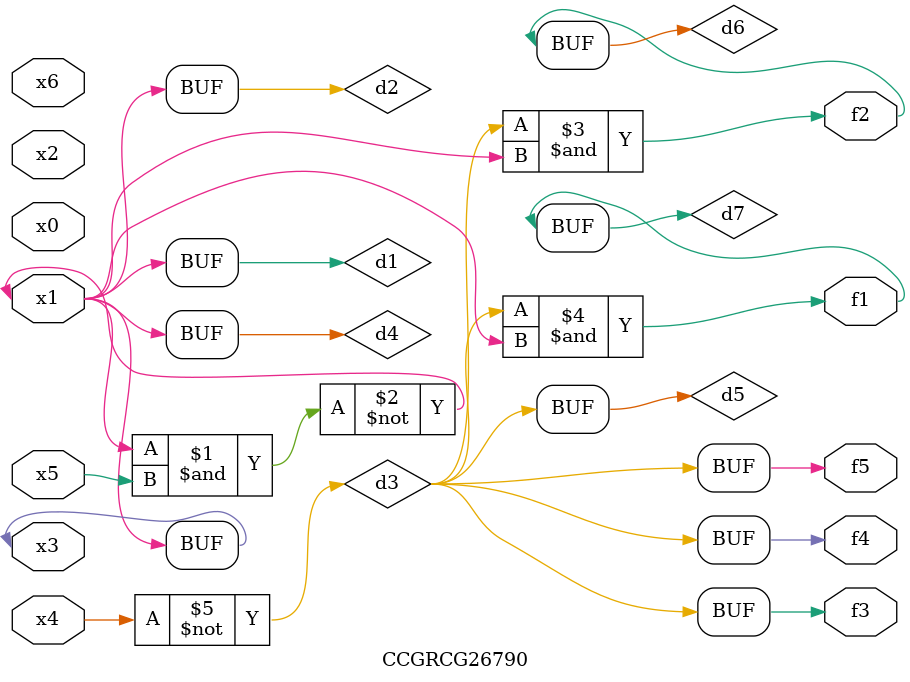
<source format=v>
module CCGRCG26790(
	input x0, x1, x2, x3, x4, x5, x6,
	output f1, f2, f3, f4, f5
);

	wire d1, d2, d3, d4, d5, d6, d7;

	buf (d1, x1, x3);
	nand (d2, x1, x5);
	not (d3, x4);
	buf (d4, d1, d2);
	buf (d5, d3);
	and (d6, d3, d4);
	and (d7, d3, d4);
	assign f1 = d7;
	assign f2 = d6;
	assign f3 = d5;
	assign f4 = d5;
	assign f5 = d5;
endmodule

</source>
